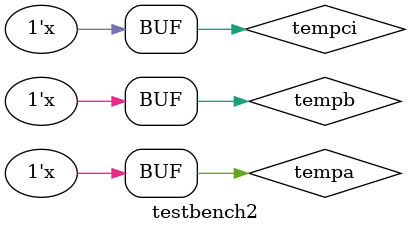
<source format=v>
`timescale 1ns / 1ps


module testbench2();
reg tempa,tempb,tempci;
wire tsum,tco;
fulladder myfu(tempa,tempb,tempci,tsum,tco);
initial begin
    tempa = 1'b0;
    tempb = 1'b0;
    tempci = 1'b0;
end
always #5 tempa = ~tempa;
always #3 tempb = ~tempb;
always #7 tempci = ~tempci;
endmodule

</source>
